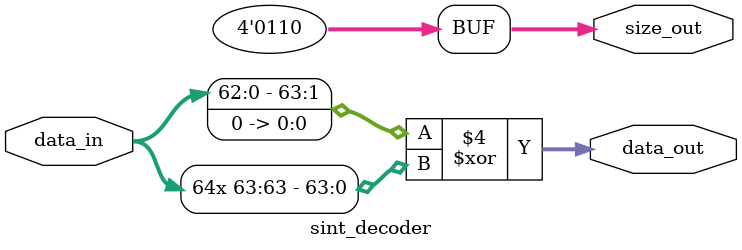
<source format=sv>
module  sint_decoder #(
    parameter DECODE_SIZE = 64
)(
    input logic signed [DECODE_SIZE-1:0] data_in,
    output logic signed [DECODE_SIZE-1:0] data_out,
    output logic [3:0] size_out // in bytes
);

always_comb begin
    data_out = (data_in << 1) ^ (data_in >>> (DECODE_SIZE-1));
end

assign size_out = $clog2(DECODE_SIZE);

endmodule
</source>
